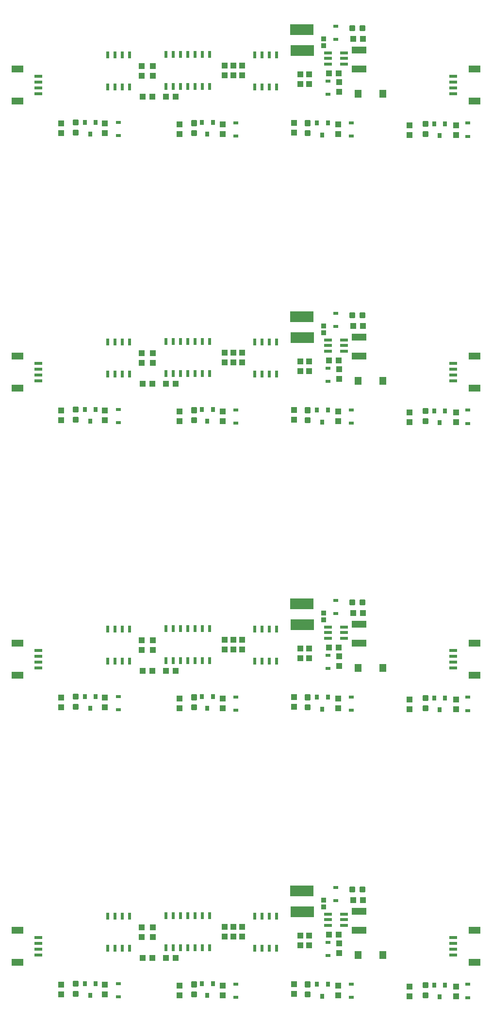
<source format=gtp>
G04 EAGLE Gerber RS-274X export*
G75*
%MOMM*%
%FSLAX34Y34*%
%LPD*%
%INSolderpaste Top*%
%IPPOS*%
%AMOC8*
5,1,8,0,0,1.08239X$1,22.5*%
G01*
%ADD10R,1.100000X1.000000*%
%ADD11R,0.830000X0.630000*%
%ADD12C,0.300000*%
%ADD13R,2.000000X1.200000*%
%ADD14R,1.350000X0.600000*%
%ADD15R,1.000000X1.100000*%
%ADD16R,0.800000X0.900000*%
%ADD17R,0.600000X1.200000*%
%ADD18R,2.500000X1.200000*%
%ADD19R,1.270000X1.470000*%
%ADD20R,1.350000X0.550000*%
%ADD21R,0.900000X0.850000*%
%ADD22R,4.100000X1.850000*%


D10*
X273440Y336550D03*
X290440Y336550D03*
D11*
X190500Y291981D03*
X190500Y268981D03*
D12*
X119070Y277557D02*
X112070Y277557D01*
X119070Y277557D02*
X119070Y270557D01*
X112070Y270557D01*
X112070Y277557D01*
X112070Y273407D02*
X119070Y273407D01*
X119070Y276257D02*
X112070Y276257D01*
X112070Y295097D02*
X119070Y295097D01*
X119070Y288097D01*
X112070Y288097D01*
X112070Y295097D01*
X112070Y290947D02*
X119070Y290947D01*
X119070Y293797D02*
X112070Y293797D01*
D13*
X811450Y328870D03*
X811450Y384870D03*
D14*
X774700Y341870D03*
X774700Y351870D03*
X774700Y361870D03*
X774700Y371870D03*
D13*
X14050Y384870D03*
X14050Y328870D03*
D14*
X50800Y371870D03*
X50800Y361870D03*
X50800Y351870D03*
X50800Y341870D03*
D15*
X166370Y272766D03*
X166370Y289766D03*
X90170Y272766D03*
X90170Y289766D03*
D10*
X232800Y336550D03*
X249800Y336550D03*
D15*
X375920Y373770D03*
X375920Y390770D03*
D10*
X600084Y436880D03*
X617084Y436880D03*
D12*
X612584Y452430D02*
X612584Y459430D01*
X619584Y459430D01*
X619584Y452430D01*
X612584Y452430D01*
X612584Y455280D02*
X619584Y455280D01*
X619584Y458130D02*
X612584Y458130D01*
X595044Y459430D02*
X595044Y452430D01*
X595044Y459430D02*
X602044Y459430D01*
X602044Y452430D01*
X595044Y452430D01*
X595044Y455280D02*
X602044Y455280D01*
X602044Y458130D02*
X595044Y458130D01*
D16*
X150470Y291940D03*
X131470Y291940D03*
X140970Y270940D03*
D17*
X209550Y409000D03*
X196850Y409000D03*
X184150Y409000D03*
X171450Y409000D03*
X171450Y353000D03*
X184150Y353000D03*
X196850Y353000D03*
X209550Y353000D03*
X466090Y409508D03*
X453390Y409508D03*
X440690Y409508D03*
X427990Y409508D03*
X427990Y353508D03*
X440690Y353508D03*
X453390Y353508D03*
X466090Y353508D03*
X273050Y354270D03*
X285750Y354270D03*
X298450Y354270D03*
X311150Y354270D03*
X323850Y354270D03*
X336550Y354270D03*
X349250Y354270D03*
X349250Y410270D03*
X336550Y410270D03*
X323850Y410270D03*
X311150Y410270D03*
X298450Y410270D03*
X285750Y410270D03*
X273050Y410270D03*
D16*
X760070Y289400D03*
X741070Y289400D03*
X750570Y268400D03*
X555600Y290670D03*
X536600Y290670D03*
X546100Y269670D03*
X354940Y291940D03*
X335940Y291940D03*
X345440Y270940D03*
D15*
X391160Y373770D03*
X391160Y390770D03*
X406400Y373770D03*
X406400Y390770D03*
X231140Y372500D03*
X231140Y389500D03*
X250190Y372500D03*
X250190Y389500D03*
D11*
X596900Y290711D03*
X596900Y267711D03*
X800100Y290408D03*
X800100Y267408D03*
X394970Y290711D03*
X394970Y267711D03*
D15*
X372110Y271496D03*
X372110Y288496D03*
X574040Y271496D03*
X574040Y288496D03*
X779780Y269337D03*
X779780Y286337D03*
D12*
X326080Y276287D02*
X319080Y276287D01*
X326080Y276287D02*
X326080Y269287D01*
X319080Y269287D01*
X319080Y276287D01*
X319080Y272137D02*
X326080Y272137D01*
X326080Y274987D02*
X319080Y274987D01*
X319080Y293827D02*
X326080Y293827D01*
X326080Y286827D01*
X319080Y286827D01*
X319080Y293827D01*
X319080Y289677D02*
X326080Y289677D01*
X326080Y292527D02*
X319080Y292527D01*
X517200Y276287D02*
X524200Y276287D01*
X524200Y269287D01*
X517200Y269287D01*
X517200Y276287D01*
X517200Y272137D02*
X524200Y272137D01*
X524200Y274987D02*
X517200Y274987D01*
X517200Y293827D02*
X524200Y293827D01*
X524200Y286827D01*
X517200Y286827D01*
X517200Y293827D01*
X517200Y289677D02*
X524200Y289677D01*
X524200Y292527D02*
X517200Y292527D01*
X722940Y274714D02*
X729940Y274714D01*
X729940Y267714D01*
X722940Y267714D01*
X722940Y274714D01*
X722940Y270564D02*
X729940Y270564D01*
X729940Y273414D02*
X722940Y273414D01*
X722940Y292254D02*
X729940Y292254D01*
X729940Y285254D01*
X722940Y285254D01*
X722940Y292254D01*
X722940Y288104D02*
X729940Y288104D01*
X729940Y290954D02*
X722940Y290954D01*
D15*
X297180Y271496D03*
X297180Y288496D03*
X496570Y274036D03*
X496570Y291036D03*
X698500Y269923D03*
X698500Y286923D03*
X522986Y375530D03*
X522986Y358530D03*
X507746Y375530D03*
X507746Y358530D03*
D18*
X609854Y417566D03*
X609854Y384566D03*
D19*
X651674Y341376D03*
X608674Y341376D03*
D20*
X555971Y412598D03*
X555971Y403098D03*
X555971Y393598D03*
X583473Y393598D03*
X583473Y403098D03*
X583473Y412598D03*
D21*
X548132Y425746D03*
X548132Y437346D03*
D22*
X510540Y453390D03*
X511040Y416890D03*
D15*
X575310Y344560D03*
X575310Y361560D03*
D10*
X574920Y377190D03*
X557920Y377190D03*
D11*
X569722Y436556D03*
X569722Y459556D03*
X556260Y340290D03*
X556260Y363290D03*
D10*
X273440Y836930D03*
X290440Y836930D03*
D11*
X190500Y792361D03*
X190500Y769361D03*
D12*
X119070Y777937D02*
X112070Y777937D01*
X119070Y777937D02*
X119070Y770937D01*
X112070Y770937D01*
X112070Y777937D01*
X112070Y773787D02*
X119070Y773787D01*
X119070Y776637D02*
X112070Y776637D01*
X112070Y795477D02*
X119070Y795477D01*
X119070Y788477D01*
X112070Y788477D01*
X112070Y795477D01*
X112070Y791327D02*
X119070Y791327D01*
X119070Y794177D02*
X112070Y794177D01*
D13*
X811450Y829250D03*
X811450Y885250D03*
D14*
X774700Y842250D03*
X774700Y852250D03*
X774700Y862250D03*
X774700Y872250D03*
D13*
X14050Y885250D03*
X14050Y829250D03*
D14*
X50800Y872250D03*
X50800Y862250D03*
X50800Y852250D03*
X50800Y842250D03*
D15*
X166370Y773146D03*
X166370Y790146D03*
X90170Y773146D03*
X90170Y790146D03*
D10*
X232800Y836930D03*
X249800Y836930D03*
D15*
X375920Y874150D03*
X375920Y891150D03*
D10*
X600084Y937260D03*
X617084Y937260D03*
D12*
X612584Y952810D02*
X612584Y959810D01*
X619584Y959810D01*
X619584Y952810D01*
X612584Y952810D01*
X612584Y955660D02*
X619584Y955660D01*
X619584Y958510D02*
X612584Y958510D01*
X595044Y959810D02*
X595044Y952810D01*
X595044Y959810D02*
X602044Y959810D01*
X602044Y952810D01*
X595044Y952810D01*
X595044Y955660D02*
X602044Y955660D01*
X602044Y958510D02*
X595044Y958510D01*
D16*
X150470Y792320D03*
X131470Y792320D03*
X140970Y771320D03*
D17*
X209550Y909380D03*
X196850Y909380D03*
X184150Y909380D03*
X171450Y909380D03*
X171450Y853380D03*
X184150Y853380D03*
X196850Y853380D03*
X209550Y853380D03*
X466090Y909888D03*
X453390Y909888D03*
X440690Y909888D03*
X427990Y909888D03*
X427990Y853888D03*
X440690Y853888D03*
X453390Y853888D03*
X466090Y853888D03*
X273050Y854650D03*
X285750Y854650D03*
X298450Y854650D03*
X311150Y854650D03*
X323850Y854650D03*
X336550Y854650D03*
X349250Y854650D03*
X349250Y910650D03*
X336550Y910650D03*
X323850Y910650D03*
X311150Y910650D03*
X298450Y910650D03*
X285750Y910650D03*
X273050Y910650D03*
D16*
X760070Y789780D03*
X741070Y789780D03*
X750570Y768780D03*
X555600Y791050D03*
X536600Y791050D03*
X546100Y770050D03*
X354940Y792320D03*
X335940Y792320D03*
X345440Y771320D03*
D15*
X391160Y874150D03*
X391160Y891150D03*
X406400Y874150D03*
X406400Y891150D03*
X231140Y872880D03*
X231140Y889880D03*
X250190Y872880D03*
X250190Y889880D03*
D11*
X596900Y791091D03*
X596900Y768091D03*
X800100Y790788D03*
X800100Y767788D03*
X394970Y791091D03*
X394970Y768091D03*
D15*
X372110Y771876D03*
X372110Y788876D03*
X574040Y771876D03*
X574040Y788876D03*
X779780Y769717D03*
X779780Y786717D03*
D12*
X326080Y776667D02*
X319080Y776667D01*
X326080Y776667D02*
X326080Y769667D01*
X319080Y769667D01*
X319080Y776667D01*
X319080Y772517D02*
X326080Y772517D01*
X326080Y775367D02*
X319080Y775367D01*
X319080Y794207D02*
X326080Y794207D01*
X326080Y787207D01*
X319080Y787207D01*
X319080Y794207D01*
X319080Y790057D02*
X326080Y790057D01*
X326080Y792907D02*
X319080Y792907D01*
X517200Y776667D02*
X524200Y776667D01*
X524200Y769667D01*
X517200Y769667D01*
X517200Y776667D01*
X517200Y772517D02*
X524200Y772517D01*
X524200Y775367D02*
X517200Y775367D01*
X517200Y794207D02*
X524200Y794207D01*
X524200Y787207D01*
X517200Y787207D01*
X517200Y794207D01*
X517200Y790057D02*
X524200Y790057D01*
X524200Y792907D02*
X517200Y792907D01*
X722940Y775094D02*
X729940Y775094D01*
X729940Y768094D01*
X722940Y768094D01*
X722940Y775094D01*
X722940Y770944D02*
X729940Y770944D01*
X729940Y773794D02*
X722940Y773794D01*
X722940Y792634D02*
X729940Y792634D01*
X729940Y785634D01*
X722940Y785634D01*
X722940Y792634D01*
X722940Y788484D02*
X729940Y788484D01*
X729940Y791334D02*
X722940Y791334D01*
D15*
X297180Y771876D03*
X297180Y788876D03*
X496570Y774416D03*
X496570Y791416D03*
X698500Y770303D03*
X698500Y787303D03*
X522986Y875910D03*
X522986Y858910D03*
X507746Y875910D03*
X507746Y858910D03*
D18*
X609854Y917946D03*
X609854Y884946D03*
D19*
X651674Y841756D03*
X608674Y841756D03*
D20*
X555971Y912978D03*
X555971Y903478D03*
X555971Y893978D03*
X583473Y893978D03*
X583473Y903478D03*
X583473Y912978D03*
D21*
X548132Y926126D03*
X548132Y937726D03*
D22*
X510540Y953770D03*
X511040Y917270D03*
D15*
X575310Y844940D03*
X575310Y861940D03*
D10*
X574920Y877570D03*
X557920Y877570D03*
D11*
X569722Y936936D03*
X569722Y959936D03*
X556260Y840670D03*
X556260Y863670D03*
D10*
X273440Y1337310D03*
X290440Y1337310D03*
D11*
X190500Y1292741D03*
X190500Y1269741D03*
D12*
X119070Y1278317D02*
X112070Y1278317D01*
X119070Y1278317D02*
X119070Y1271317D01*
X112070Y1271317D01*
X112070Y1278317D01*
X112070Y1274167D02*
X119070Y1274167D01*
X119070Y1277017D02*
X112070Y1277017D01*
X112070Y1295857D02*
X119070Y1295857D01*
X119070Y1288857D01*
X112070Y1288857D01*
X112070Y1295857D01*
X112070Y1291707D02*
X119070Y1291707D01*
X119070Y1294557D02*
X112070Y1294557D01*
D13*
X811450Y1329630D03*
X811450Y1385630D03*
D14*
X774700Y1342630D03*
X774700Y1352630D03*
X774700Y1362630D03*
X774700Y1372630D03*
D13*
X14050Y1385630D03*
X14050Y1329630D03*
D14*
X50800Y1372630D03*
X50800Y1362630D03*
X50800Y1352630D03*
X50800Y1342630D03*
D15*
X166370Y1273526D03*
X166370Y1290526D03*
X90170Y1273526D03*
X90170Y1290526D03*
D10*
X232800Y1337310D03*
X249800Y1337310D03*
D15*
X375920Y1374530D03*
X375920Y1391530D03*
D10*
X600084Y1437640D03*
X617084Y1437640D03*
D12*
X612584Y1453190D02*
X612584Y1460190D01*
X619584Y1460190D01*
X619584Y1453190D01*
X612584Y1453190D01*
X612584Y1456040D02*
X619584Y1456040D01*
X619584Y1458890D02*
X612584Y1458890D01*
X595044Y1460190D02*
X595044Y1453190D01*
X595044Y1460190D02*
X602044Y1460190D01*
X602044Y1453190D01*
X595044Y1453190D01*
X595044Y1456040D02*
X602044Y1456040D01*
X602044Y1458890D02*
X595044Y1458890D01*
D16*
X150470Y1292700D03*
X131470Y1292700D03*
X140970Y1271700D03*
D17*
X209550Y1409760D03*
X196850Y1409760D03*
X184150Y1409760D03*
X171450Y1409760D03*
X171450Y1353760D03*
X184150Y1353760D03*
X196850Y1353760D03*
X209550Y1353760D03*
X466090Y1410268D03*
X453390Y1410268D03*
X440690Y1410268D03*
X427990Y1410268D03*
X427990Y1354268D03*
X440690Y1354268D03*
X453390Y1354268D03*
X466090Y1354268D03*
X273050Y1355030D03*
X285750Y1355030D03*
X298450Y1355030D03*
X311150Y1355030D03*
X323850Y1355030D03*
X336550Y1355030D03*
X349250Y1355030D03*
X349250Y1411030D03*
X336550Y1411030D03*
X323850Y1411030D03*
X311150Y1411030D03*
X298450Y1411030D03*
X285750Y1411030D03*
X273050Y1411030D03*
D16*
X760070Y1290160D03*
X741070Y1290160D03*
X750570Y1269160D03*
X555600Y1291430D03*
X536600Y1291430D03*
X546100Y1270430D03*
X354940Y1292700D03*
X335940Y1292700D03*
X345440Y1271700D03*
D15*
X391160Y1374530D03*
X391160Y1391530D03*
X406400Y1374530D03*
X406400Y1391530D03*
X231140Y1373260D03*
X231140Y1390260D03*
X250190Y1373260D03*
X250190Y1390260D03*
D11*
X596900Y1291471D03*
X596900Y1268471D03*
X800100Y1291168D03*
X800100Y1268168D03*
X394970Y1291471D03*
X394970Y1268471D03*
D15*
X372110Y1272256D03*
X372110Y1289256D03*
X574040Y1272256D03*
X574040Y1289256D03*
X779780Y1270097D03*
X779780Y1287097D03*
D12*
X326080Y1277047D02*
X319080Y1277047D01*
X326080Y1277047D02*
X326080Y1270047D01*
X319080Y1270047D01*
X319080Y1277047D01*
X319080Y1272897D02*
X326080Y1272897D01*
X326080Y1275747D02*
X319080Y1275747D01*
X319080Y1294587D02*
X326080Y1294587D01*
X326080Y1287587D01*
X319080Y1287587D01*
X319080Y1294587D01*
X319080Y1290437D02*
X326080Y1290437D01*
X326080Y1293287D02*
X319080Y1293287D01*
X517200Y1277047D02*
X524200Y1277047D01*
X524200Y1270047D01*
X517200Y1270047D01*
X517200Y1277047D01*
X517200Y1272897D02*
X524200Y1272897D01*
X524200Y1275747D02*
X517200Y1275747D01*
X517200Y1294587D02*
X524200Y1294587D01*
X524200Y1287587D01*
X517200Y1287587D01*
X517200Y1294587D01*
X517200Y1290437D02*
X524200Y1290437D01*
X524200Y1293287D02*
X517200Y1293287D01*
X722940Y1275474D02*
X729940Y1275474D01*
X729940Y1268474D01*
X722940Y1268474D01*
X722940Y1275474D01*
X722940Y1271324D02*
X729940Y1271324D01*
X729940Y1274174D02*
X722940Y1274174D01*
X722940Y1293014D02*
X729940Y1293014D01*
X729940Y1286014D01*
X722940Y1286014D01*
X722940Y1293014D01*
X722940Y1288864D02*
X729940Y1288864D01*
X729940Y1291714D02*
X722940Y1291714D01*
D15*
X297180Y1272256D03*
X297180Y1289256D03*
X496570Y1274796D03*
X496570Y1291796D03*
X698500Y1270683D03*
X698500Y1287683D03*
X522986Y1376290D03*
X522986Y1359290D03*
X507746Y1376290D03*
X507746Y1359290D03*
D18*
X609854Y1418326D03*
X609854Y1385326D03*
D19*
X651674Y1342136D03*
X608674Y1342136D03*
D20*
X555971Y1413358D03*
X555971Y1403858D03*
X555971Y1394358D03*
X583473Y1394358D03*
X583473Y1403858D03*
X583473Y1413358D03*
D21*
X548132Y1426506D03*
X548132Y1438106D03*
D22*
X510540Y1454150D03*
X511040Y1417650D03*
D15*
X575310Y1345320D03*
X575310Y1362320D03*
D10*
X574920Y1377950D03*
X557920Y1377950D03*
D11*
X569722Y1437316D03*
X569722Y1460316D03*
X556260Y1341050D03*
X556260Y1364050D03*
D10*
X273440Y1837690D03*
X290440Y1837690D03*
D11*
X190500Y1793121D03*
X190500Y1770121D03*
D12*
X119070Y1778697D02*
X112070Y1778697D01*
X119070Y1778697D02*
X119070Y1771697D01*
X112070Y1771697D01*
X112070Y1778697D01*
X112070Y1774547D02*
X119070Y1774547D01*
X119070Y1777397D02*
X112070Y1777397D01*
X112070Y1796237D02*
X119070Y1796237D01*
X119070Y1789237D01*
X112070Y1789237D01*
X112070Y1796237D01*
X112070Y1792087D02*
X119070Y1792087D01*
X119070Y1794937D02*
X112070Y1794937D01*
D13*
X811450Y1830010D03*
X811450Y1886010D03*
D14*
X774700Y1843010D03*
X774700Y1853010D03*
X774700Y1863010D03*
X774700Y1873010D03*
D13*
X14050Y1886010D03*
X14050Y1830010D03*
D14*
X50800Y1873010D03*
X50800Y1863010D03*
X50800Y1853010D03*
X50800Y1843010D03*
D15*
X166370Y1773906D03*
X166370Y1790906D03*
X90170Y1773906D03*
X90170Y1790906D03*
D10*
X232800Y1837690D03*
X249800Y1837690D03*
D15*
X375920Y1874910D03*
X375920Y1891910D03*
D10*
X600084Y1938020D03*
X617084Y1938020D03*
D12*
X612584Y1953570D02*
X612584Y1960570D01*
X619584Y1960570D01*
X619584Y1953570D01*
X612584Y1953570D01*
X612584Y1956420D02*
X619584Y1956420D01*
X619584Y1959270D02*
X612584Y1959270D01*
X595044Y1960570D02*
X595044Y1953570D01*
X595044Y1960570D02*
X602044Y1960570D01*
X602044Y1953570D01*
X595044Y1953570D01*
X595044Y1956420D02*
X602044Y1956420D01*
X602044Y1959270D02*
X595044Y1959270D01*
D16*
X150470Y1793080D03*
X131470Y1793080D03*
X140970Y1772080D03*
D17*
X209550Y1910140D03*
X196850Y1910140D03*
X184150Y1910140D03*
X171450Y1910140D03*
X171450Y1854140D03*
X184150Y1854140D03*
X196850Y1854140D03*
X209550Y1854140D03*
X466090Y1910648D03*
X453390Y1910648D03*
X440690Y1910648D03*
X427990Y1910648D03*
X427990Y1854648D03*
X440690Y1854648D03*
X453390Y1854648D03*
X466090Y1854648D03*
X273050Y1855410D03*
X285750Y1855410D03*
X298450Y1855410D03*
X311150Y1855410D03*
X323850Y1855410D03*
X336550Y1855410D03*
X349250Y1855410D03*
X349250Y1911410D03*
X336550Y1911410D03*
X323850Y1911410D03*
X311150Y1911410D03*
X298450Y1911410D03*
X285750Y1911410D03*
X273050Y1911410D03*
D16*
X760070Y1790540D03*
X741070Y1790540D03*
X750570Y1769540D03*
X555600Y1791810D03*
X536600Y1791810D03*
X546100Y1770810D03*
X354940Y1793080D03*
X335940Y1793080D03*
X345440Y1772080D03*
D15*
X391160Y1874910D03*
X391160Y1891910D03*
X406400Y1874910D03*
X406400Y1891910D03*
X231140Y1873640D03*
X231140Y1890640D03*
X250190Y1873640D03*
X250190Y1890640D03*
D11*
X596900Y1791851D03*
X596900Y1768851D03*
X800100Y1791548D03*
X800100Y1768548D03*
X394970Y1791851D03*
X394970Y1768851D03*
D15*
X372110Y1772636D03*
X372110Y1789636D03*
X574040Y1772636D03*
X574040Y1789636D03*
X779780Y1770477D03*
X779780Y1787477D03*
D12*
X326080Y1777427D02*
X319080Y1777427D01*
X326080Y1777427D02*
X326080Y1770427D01*
X319080Y1770427D01*
X319080Y1777427D01*
X319080Y1773277D02*
X326080Y1773277D01*
X326080Y1776127D02*
X319080Y1776127D01*
X319080Y1794967D02*
X326080Y1794967D01*
X326080Y1787967D01*
X319080Y1787967D01*
X319080Y1794967D01*
X319080Y1790817D02*
X326080Y1790817D01*
X326080Y1793667D02*
X319080Y1793667D01*
X517200Y1777427D02*
X524200Y1777427D01*
X524200Y1770427D01*
X517200Y1770427D01*
X517200Y1777427D01*
X517200Y1773277D02*
X524200Y1773277D01*
X524200Y1776127D02*
X517200Y1776127D01*
X517200Y1794967D02*
X524200Y1794967D01*
X524200Y1787967D01*
X517200Y1787967D01*
X517200Y1794967D01*
X517200Y1790817D02*
X524200Y1790817D01*
X524200Y1793667D02*
X517200Y1793667D01*
X722940Y1775854D02*
X729940Y1775854D01*
X729940Y1768854D01*
X722940Y1768854D01*
X722940Y1775854D01*
X722940Y1771704D02*
X729940Y1771704D01*
X729940Y1774554D02*
X722940Y1774554D01*
X722940Y1793394D02*
X729940Y1793394D01*
X729940Y1786394D01*
X722940Y1786394D01*
X722940Y1793394D01*
X722940Y1789244D02*
X729940Y1789244D01*
X729940Y1792094D02*
X722940Y1792094D01*
D15*
X297180Y1772636D03*
X297180Y1789636D03*
X496570Y1775176D03*
X496570Y1792176D03*
X698500Y1771063D03*
X698500Y1788063D03*
X522986Y1876670D03*
X522986Y1859670D03*
X507746Y1876670D03*
X507746Y1859670D03*
D18*
X609854Y1918706D03*
X609854Y1885706D03*
D19*
X651674Y1842516D03*
X608674Y1842516D03*
D20*
X555971Y1913738D03*
X555971Y1904238D03*
X555971Y1894738D03*
X583473Y1894738D03*
X583473Y1904238D03*
X583473Y1913738D03*
D21*
X548132Y1926886D03*
X548132Y1938486D03*
D22*
X510540Y1954530D03*
X511040Y1918030D03*
D15*
X575310Y1845700D03*
X575310Y1862700D03*
D10*
X574920Y1878330D03*
X557920Y1878330D03*
D11*
X569722Y1937696D03*
X569722Y1960696D03*
X556260Y1841430D03*
X556260Y1864430D03*
M02*

</source>
